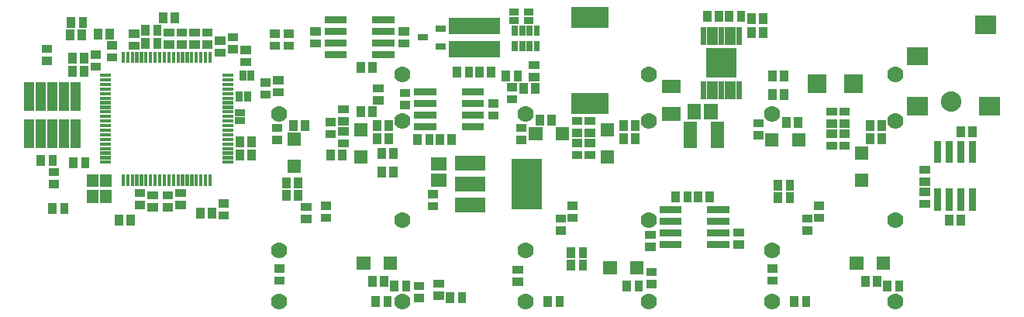
<source format=gbr>
G04 start of page 9 for group -4063 idx -4063 *
G04 Title: fet12v2logic, componentmask *
G04 Creator: pcb 20140316 *
G04 CreationDate: Wed 13 Jun 2018 07:44:19 AM GMT UTC *
G04 For: brian *
G04 Format: Gerber/RS-274X *
G04 PCB-Dimensions (mil): 6000.00 5000.00 *
G04 PCB-Coordinate-Origin: lower left *
%MOIN*%
%FSLAX25Y25*%
%LNTOPMASK*%
%ADD170R,0.0512X0.0512*%
%ADD169R,0.0430X0.0430*%
%ADD168R,0.0140X0.0140*%
%ADD167R,0.0303X0.0303*%
%ADD166R,0.0900X0.0900*%
%ADD165R,0.1280X0.1280*%
%ADD164R,0.1255X0.1255*%
%ADD163R,0.0230X0.0230*%
%ADD162C,0.0001*%
%ADD161R,0.0789X0.0789*%
%ADD160R,0.0563X0.0563*%
%ADD159R,0.0260X0.0260*%
%ADD158R,0.0700X0.0700*%
%ADD157R,0.0572X0.0572*%
%ADD156R,0.0620X0.0620*%
%ADD155R,0.0355X0.0355*%
%ADD154R,0.0268X0.0268*%
%ADD153R,0.0300X0.0300*%
%ADD152C,0.0880*%
%ADD151C,0.0010*%
%ADD150C,0.0700*%
G54D150*X496000Y161000D03*
Y141000D03*
G54D151*X461453Y122453D03*
X455547D03*
G54D150*X443000Y144000D03*
G54D151*X458500Y119500D03*
X461453Y116547D03*
X455547D03*
G54D152*X520000Y149284D03*
G54D150*X443000Y63500D03*
X496000D03*
X443000Y85500D03*
X496000Y98500D03*
G54D151*X480500Y97000D03*
X483453Y99953D03*
X477547D03*
X483453Y94047D03*
X477547D03*
G54D150*X390000Y161000D03*
Y141000D03*
G54D151*X352500Y119500D03*
X355453Y122453D03*
X349547D03*
X355453Y116547D03*
X349547D03*
G54D150*X337000Y144000D03*
X284000Y161000D03*
Y141000D03*
X231000Y144000D03*
G54D151*X246500Y119500D03*
X249453Y122453D03*
X243547D03*
X249453Y116547D03*
X243547D03*
G54D150*X337000Y63500D03*
Y85500D03*
X390000Y98500D03*
G54D151*X374500Y97000D03*
X377453Y99953D03*
X371547D03*
X377453Y94047D03*
X371547D03*
G54D150*X390000Y63500D03*
X231000D03*
Y85500D03*
X284000Y98500D03*
G54D151*X268500Y97000D03*
X271453Y99953D03*
X265547D03*
X271453Y94047D03*
X265547D03*
G54D150*X284000Y63500D03*
G54D153*X290500Y153500D02*X297000D01*
X290500Y148500D02*X297000D01*
X290500Y143500D02*X297000D01*
X290500Y138500D02*X297000D01*
G54D154*X291756Y177000D02*X293606D01*
G54D155*X295559Y133492D02*Y132508D01*
G54D153*X311000Y138500D02*X317500D01*
X311000Y143500D02*X317500D01*
X311000Y148500D02*X317500D01*
G54D155*X322508Y143441D02*X323492D01*
G54D156*X309700Y123000D02*X316300D01*
X309700Y114000D02*X316300D01*
G54D157*X299107Y115457D02*X299893D01*
X299107Y122543D02*X299893D01*
G54D155*X299941Y133492D02*Y132508D01*
X305059Y133492D02*Y132508D01*
X322508Y148559D02*X323492D01*
X322059Y162492D02*Y161508D01*
G54D158*X307500Y172000D02*X322500D01*
X307500Y182000D02*X322500D01*
G54D154*X299394Y180819D02*X301244D01*
X299394Y173181D02*X301244D01*
G54D153*X311000Y153500D02*X317500D01*
G54D155*X316941Y162492D02*Y161508D01*
X312559Y162492D02*Y161508D01*
X307441Y162492D02*Y161508D01*
X328441Y160992D02*Y160008D01*
X333559Y160992D02*Y160008D01*
G54D159*X335425Y174039D02*Y172268D01*
Y180732D02*Y178961D01*
X332276Y174039D02*Y172268D01*
Y180732D02*Y178961D01*
G54D155*X330508Y155559D02*X331492D01*
X330508Y150441D02*X331492D01*
X230508Y77559D02*X231492D01*
X230508Y72441D02*X231492D01*
X270941Y72492D02*Y71508D01*
X276059Y72492D02*Y71508D01*
X280441Y70492D02*Y69508D01*
X285559Y70492D02*Y69508D01*
X290508Y64941D02*X291492D01*
X277559Y63992D02*Y63008D01*
X272441Y63992D02*Y63008D01*
X290508Y70059D02*X291492D01*
G54D160*X278748Y80000D02*X278866D01*
X267134D02*X267252D01*
X266000Y137366D02*Y137248D01*
Y125752D02*Y125634D01*
G54D155*X274941Y127492D02*Y126508D01*
X280059Y127492D02*Y126508D01*
X274941Y119492D02*Y118508D01*
X280059Y119492D02*Y118508D01*
X290441Y133492D02*Y132508D01*
X250508Y99441D02*X251492D01*
X250508Y104559D02*X251492D01*
X239059Y109492D02*Y108508D01*
X233941Y109492D02*Y108508D01*
X239059Y114992D02*Y114008D01*
X233941Y114992D02*Y114008D01*
X242008Y98941D02*X242992D01*
X242008Y104059D02*X242992D01*
G54D160*X237500Y121752D02*Y121634D01*
Y133366D02*Y133248D01*
G54D156*X309700Y104900D02*X316300D01*
G54D155*X296508Y104441D02*X297492D01*
X296508Y109559D02*X297492D01*
X299008Y65941D02*X299992D01*
X299008Y71059D02*X299992D01*
X309559Y65492D02*Y64508D01*
X304441Y65492D02*Y64508D01*
G54D153*X514000Y110500D02*Y104000D01*
X519000Y110500D02*Y104000D01*
X524000Y110500D02*Y104000D01*
G54D155*X518941Y98992D02*Y98008D01*
X524059Y98992D02*Y98008D01*
X508008Y114941D02*X508992D01*
G54D160*X481500Y115752D02*Y115634D01*
G54D155*X508008Y110559D02*X508992D01*
X508008Y105441D02*X508992D01*
G54D153*X529000Y131000D02*Y124500D01*
X524000Y131000D02*Y124500D01*
X519000Y131000D02*Y124500D01*
X514000Y131000D02*Y124500D01*
G54D155*X523941Y136992D02*Y136008D01*
X529059Y136992D02*Y136008D01*
G54D153*X529000Y110500D02*Y104000D01*
G54D161*X534173Y182354D02*X535354D01*
X535748Y147315D02*X536929D01*
G54D155*X508008Y120059D02*X508992D01*
G54D161*X504646Y168968D02*X505827D01*
X504646Y147315D02*X505827D01*
G54D162*G36*
X473900Y160950D02*Y153050D01*
X481800D01*
Y160950D01*
X473900D01*
G37*
G54D155*X484941Y139492D02*Y138508D01*
X490059Y139492D02*Y138508D01*
X484941Y133992D02*Y133008D01*
X490059Y133992D02*Y133008D01*
G54D162*G36*
X458200Y160950D02*Y153050D01*
X466100D01*
Y160950D01*
X458200D01*
G37*
G54D155*X473508Y135559D02*X474492D01*
X473508Y130441D02*X474492D01*
X473508Y139941D02*X474492D01*
X468008Y130441D02*X468992D01*
X468008Y135559D02*X468992D01*
X473508Y145059D02*X474492D01*
X468008Y139941D02*X468992D01*
X468008Y145059D02*X468992D01*
G54D160*X481500Y127366D02*Y127248D01*
G54D153*X416500Y88000D02*X423000D01*
X416500Y93000D02*X423000D01*
X396000D02*X402500D01*
G54D155*X428008Y93059D02*X428992D01*
X428008Y87941D02*X428992D01*
X390008Y92059D02*X390992D01*
G54D153*X416500Y98000D02*X423000D01*
X416500Y103000D02*X423000D01*
X396000D02*X402500D01*
X396000Y98000D02*X402500D01*
G54D155*X410941Y108992D02*Y108008D01*
X406559Y108992D02*Y108008D01*
X401441Y108992D02*Y108008D01*
X416059Y108992D02*Y108008D01*
G54D153*X396000Y88000D02*X402500D01*
G54D155*X390008Y86941D02*X390992D01*
X380441Y70492D02*Y69508D01*
X385559Y70492D02*Y69508D01*
X390508Y76059D02*X391492D01*
X390508Y70941D02*X391492D01*
G54D160*X384748Y78000D02*X384866D01*
G54D157*X416543Y145393D02*Y144607D01*
G54D163*X413323Y156984D02*Y151630D01*
X415882Y156984D02*Y151630D01*
X418441Y156984D02*Y151630D01*
X421000Y156984D02*Y151630D01*
X423559Y156984D02*Y151630D01*
X426118Y156984D02*Y151630D01*
X428677Y156984D02*Y151630D01*
G54D155*X442941Y152992D02*Y152008D01*
X448059Y152992D02*Y152008D01*
X424441Y186492D02*Y185508D01*
X429559Y186492D02*Y185508D01*
X433941Y185492D02*Y184508D01*
X439059Y185492D02*Y184508D01*
X420059Y186492D02*Y185508D01*
X414941Y186492D02*Y185508D01*
G54D163*X428677Y180370D02*Y175016D01*
G54D155*X439059Y179492D02*Y178508D01*
X433941Y179492D02*Y178508D01*
X442941Y160992D02*Y160008D01*
X448059Y160992D02*Y160008D01*
G54D163*X426118Y180370D02*Y175016D01*
X423559Y180370D02*Y175016D01*
X421000Y180370D02*Y175016D01*
X418441Y180370D02*Y175016D01*
X415882Y180370D02*Y175016D01*
X413323Y180370D02*Y175016D01*
G54D164*X420803Y166000D02*X421197D01*
G54D157*X419405Y137755D02*Y132245D01*
X407595Y137755D02*Y132245D01*
X409457Y145393D02*Y144607D01*
G54D160*X442634Y133000D02*X442752D01*
G54D155*X457559Y63992D02*Y63008D01*
X482941Y72492D02*Y71508D01*
X488059Y72492D02*Y71508D01*
X492441Y70492D02*Y69508D01*
X497559Y70492D02*Y69508D01*
X452441Y63992D02*Y63008D01*
G54D160*X490748Y80000D02*X490866D01*
X479134D02*X479252D01*
G54D155*X442508Y77559D02*X443492D01*
X442508Y72441D02*X443492D01*
X457508Y93941D02*X458492D01*
X457508Y99059D02*X458492D01*
X462508Y99441D02*X463492D01*
G54D165*X337400Y118500D02*Y109500D01*
G54D155*X364008Y126441D02*X364992D01*
X358508D02*X359492D01*
X348059Y141992D02*Y141008D01*
G54D160*X352748Y135500D02*X352866D01*
G54D155*X358508Y135941D02*X359492D01*
X358508Y141059D02*X359492D01*
X364008Y135941D02*X364992D01*
X364008Y141059D02*X364992D01*
X364008Y131559D02*X364992D01*
X358508D02*X359492D01*
X351559Y63992D02*Y63008D01*
X346441Y63992D02*Y63008D01*
X333008Y77059D02*X333992D01*
X333008Y71941D02*X333992D01*
X351508Y93941D02*X352492D01*
X351508Y99059D02*X352492D01*
X356508Y99441D02*X357492D01*
X356508Y104559D02*X357492D01*
X361559Y79492D02*Y78508D01*
X356441Y79492D02*Y78508D01*
Y84992D02*Y84008D01*
X361559Y84992D02*Y84008D01*
G54D160*X372000Y125752D02*Y125634D01*
X373134Y78000D02*X373252D01*
G54D157*X398319Y155905D02*X400681D01*
X398319Y144095D02*X400681D01*
G54D155*X378941Y139492D02*Y138508D01*
X384059Y139492D02*Y138508D01*
X378941Y133992D02*Y133008D01*
X384059Y133992D02*Y133008D01*
G54D160*X372000Y137366D02*Y137248D01*
G54D166*X361000Y185500D02*X368000D01*
X361000Y148500D02*X368000D01*
G54D155*X334508Y132941D02*X335492D01*
X341059Y155492D02*Y154508D01*
X335941Y155492D02*Y154508D01*
X340008Y159941D02*X340992D01*
X340008Y165059D02*X340992D01*
X334508Y138059D02*X335492D01*
X342941Y141992D02*Y141008D01*
G54D160*X341134Y135500D02*X341252D01*
G54D159*X341724Y174039D02*Y172268D01*
Y180732D02*Y178961D01*
X338575Y180732D02*Y178961D01*
G54D167*X337657Y187772D02*X338642D01*
X337657Y184228D02*X338642D01*
X331358D02*X332343D01*
X331358Y187772D02*X332343D01*
G54D159*X338575Y174039D02*Y172268D01*
G54D155*X450559Y108492D02*Y107508D01*
X445441Y108492D02*Y107508D01*
Y113992D02*Y113008D01*
X450559Y113992D02*Y113008D01*
X462508Y104559D02*X463492D01*
X436508Y134941D02*X437492D01*
X436508Y140059D02*X437492D01*
X448941Y140992D02*Y140008D01*
X454059Y140992D02*Y140008D01*
G54D160*X454248Y133000D02*X454366D01*
G54D155*X229508Y132941D02*X230492D01*
X252508Y135441D02*X253492D01*
X252508Y140559D02*X253492D01*
X252941Y126992D02*Y126008D01*
X229508Y138059D02*X230492D01*
X236941Y139492D02*Y138508D01*
X230008Y158559D02*X230992D01*
X230008Y153441D02*X230992D01*
X224508Y157559D02*X225492D01*
X224508Y152441D02*X225492D01*
X246008Y174441D02*X246992D01*
X246008Y179559D02*X246992D01*
X242059Y139492D02*Y138508D01*
X284508Y153059D02*X285492D01*
X284508Y147941D02*X285492D01*
X265941Y145492D02*Y144508D01*
X271059Y145492D02*Y144508D01*
X273008Y149941D02*X273992D01*
X258008Y146059D02*X258992D01*
G54D153*X272500Y169500D02*X279000D01*
G54D155*X271059Y164492D02*Y163508D01*
X273008Y155059D02*X273992D01*
G54D153*X272500Y174500D02*X279000D01*
X272500Y179500D02*X279000D01*
X272500Y184500D02*X279000D01*
G54D155*X265941Y164492D02*Y163508D01*
X284008Y179559D02*X284992D01*
X284008Y174441D02*X284992D01*
X272941Y139492D02*Y138508D01*
X278059Y139492D02*Y138508D01*
X272941Y133992D02*Y133008D01*
X278059Y133992D02*Y133008D01*
X258008Y140941D02*X258992D01*
X258008Y136559D02*X258992D01*
X258008Y131441D02*X258992D01*
X258059Y126992D02*Y126008D01*
X186059Y185992D02*Y185008D01*
X180941Y185992D02*Y185008D01*
G54D153*X252000Y184500D02*X258500D01*
X252000Y179500D02*X258500D01*
X252000Y174500D02*X258500D01*
X252000Y169500D02*X258500D01*
G54D155*X234508Y173441D02*X235492D01*
X234508Y178559D02*X235492D01*
X228508D02*X229492D01*
X228508Y173441D02*X229492D01*
X199508Y173941D02*X200492D01*
X199508Y179059D02*X200492D01*
X205008Y170441D02*X205992D01*
X205008Y175559D02*X205992D01*
X183008Y179059D02*X183992D01*
X183008Y173941D02*X183992D01*
X188508D02*X189492D01*
X216008Y166441D02*X216992D01*
X216008Y171559D02*X216992D01*
X210508Y171941D02*X211492D01*
X210508Y177059D02*X211492D01*
X188508Y179059D02*X189492D01*
G54D168*X201200Y170071D02*Y166673D01*
X199232Y170071D02*Y166673D01*
X197263Y170071D02*Y166673D01*
X195295Y170071D02*Y166673D01*
X193326Y170071D02*Y166673D01*
X191358Y170071D02*Y166673D01*
G54D153*X213800Y152100D02*Y150900D01*
X213400Y144700D02*X214600D01*
X213400Y141300D02*X214600D01*
X218700Y161100D02*Y159900D01*
X217200Y152100D02*Y150900D01*
G54D168*X207173Y148890D02*X210571D01*
X207173Y150859D02*X210571D01*
X207173Y152827D02*X210571D01*
X207173Y154796D02*X210571D01*
X207173Y156764D02*X210571D01*
X207173Y158733D02*X210571D01*
X207173Y160701D02*X210571D01*
G54D153*X215300Y161100D02*Y159900D01*
G54D155*X151508Y164441D02*X152492D01*
X141941Y162992D02*Y162008D01*
X147059Y162992D02*Y162008D01*
G54D169*X123500Y155550D02*Y147450D01*
X128500Y155550D02*Y147450D01*
X133500Y155550D02*Y147450D01*
X138500Y155550D02*Y147450D01*
X143500Y155550D02*Y147450D01*
G54D168*X154429Y160700D02*X157827D01*
X154429Y158732D02*X157827D01*
X154429Y156763D02*X157827D01*
X154429Y154795D02*X157827D01*
X154429Y152826D02*X157827D01*
X154429Y150858D02*X157827D01*
G54D155*X194008Y173941D02*X194992D01*
X194008Y179059D02*X194992D01*
G54D168*X189389Y170071D02*Y166673D01*
G54D155*X130508Y172059D02*X131492D01*
X130508Y166941D02*X131492D01*
X158508Y168441D02*X159492D01*
X158508Y173559D02*X159492D01*
X158059Y178992D02*Y178008D01*
X152941Y178992D02*Y178008D01*
X151508Y169559D02*X152492D01*
X141941Y168492D02*Y167508D01*
X141441Y183992D02*Y183008D01*
X140941Y178492D02*Y177508D01*
X147059Y168492D02*Y167508D01*
X146559Y183992D02*Y183008D01*
X146059Y178492D02*Y177508D01*
X178559Y180492D02*Y179508D01*
Y174992D02*Y174008D01*
X173441Y180492D02*Y179508D01*
Y174992D02*Y174008D01*
X168008Y178559D02*X168992D01*
X168008Y173441D02*X168992D01*
G54D168*X187421Y170071D02*Y166673D01*
X185452Y170071D02*Y166673D01*
X183484Y170071D02*Y166673D01*
X181515Y170071D02*Y166673D01*
X179547Y170071D02*Y166673D01*
X177578Y170071D02*Y166673D01*
X175610Y170071D02*Y166673D01*
X173641Y170071D02*Y166673D01*
X171673Y170071D02*Y166673D01*
X169704Y170071D02*Y166673D01*
X167736Y170071D02*Y166673D01*
X165767Y170071D02*Y166673D01*
X163799Y170071D02*Y166673D01*
G54D155*X142441Y123492D02*Y122508D01*
X147559Y123492D02*Y122508D01*
G54D169*X123500Y139550D02*Y131450D01*
X128500Y139550D02*Y131450D01*
X133500Y139550D02*Y131450D01*
X138500Y139550D02*Y131450D01*
X143500Y139550D02*Y131450D01*
G54D155*X133508Y119059D02*X134492D01*
X133508Y113941D02*X134492D01*
X133559Y124492D02*Y123508D01*
X128441Y124492D02*Y123508D01*
X133441Y103992D02*Y103008D01*
X138559Y103992D02*Y103008D01*
G54D168*X154429Y148889D02*X157827D01*
X154429Y146921D02*X157827D01*
X154429Y144952D02*X157827D01*
X154429Y142984D02*X157827D01*
X154429Y141015D02*X157827D01*
X154429Y139047D02*X157827D01*
X154429Y137078D02*X157827D01*
G54D170*X156256Y115543D02*Y115150D01*
Y108850D02*Y108457D01*
X150744Y115543D02*Y115150D01*
Y108850D02*Y108457D01*
G54D168*X154429Y135110D02*X157827D01*
X154429Y133141D02*X157827D01*
X154429Y131173D02*X157827D01*
X154429Y129204D02*X157827D01*
X154429Y127236D02*X157827D01*
X154429Y125267D02*X157827D01*
X154429Y123299D02*X157827D01*
G54D155*X176008Y103941D02*X176992D01*
X176008Y109059D02*X176992D01*
X170508Y104941D02*X171492D01*
X170508Y110059D02*X171492D01*
G54D168*X163800Y117327D02*Y113929D01*
X165768Y117327D02*Y113929D01*
X167737Y117327D02*Y113929D01*
X169705Y117327D02*Y113929D01*
X171674Y117327D02*Y113929D01*
X173642Y117327D02*Y113929D01*
X175611Y117327D02*Y113929D01*
X177579Y117327D02*Y113929D01*
X179548Y117327D02*Y113929D01*
G54D155*X161941Y98992D02*Y98008D01*
X167059Y98992D02*Y98008D01*
X182508Y109059D02*X183492D01*
X182508Y103941D02*X183492D01*
X188008Y104941D02*X188992D01*
X188008Y110059D02*X188992D01*
G54D168*X181516Y117327D02*Y113929D01*
X183485Y117327D02*Y113929D01*
X185453Y117327D02*Y113929D01*
X187422Y117327D02*Y113929D01*
X189390Y117327D02*Y113929D01*
X191359Y117327D02*Y113929D01*
X193327Y117327D02*Y113929D01*
X195296Y117327D02*Y113929D01*
G54D155*X219059Y126992D02*Y126008D01*
X213941Y126992D02*Y126008D01*
X219059Y132492D02*Y131508D01*
X213941Y132492D02*Y131508D01*
G54D168*X207173Y139048D02*X210571D01*
X207173Y141016D02*X210571D01*
X207173Y129205D02*X210571D01*
X207173Y131174D02*X210571D01*
X207173Y133142D02*X210571D01*
X207173Y135111D02*X210571D01*
X207173Y137079D02*X210571D01*
X207173Y125268D02*X210571D01*
X207173Y127237D02*X210571D01*
X207173Y123300D02*X210571D01*
G54D155*X206508Y100441D02*X207492D01*
X206508Y105559D02*X207492D01*
X196941Y101992D02*Y101008D01*
X202059Y101992D02*Y101008D01*
G54D168*X197264Y117327D02*Y113929D01*
X199233Y117327D02*Y113929D01*
X201201Y117327D02*Y113929D01*
X207173Y142985D02*X210571D01*
X207173Y144953D02*X210571D01*
X207173Y146922D02*X210571D01*
M02*

</source>
